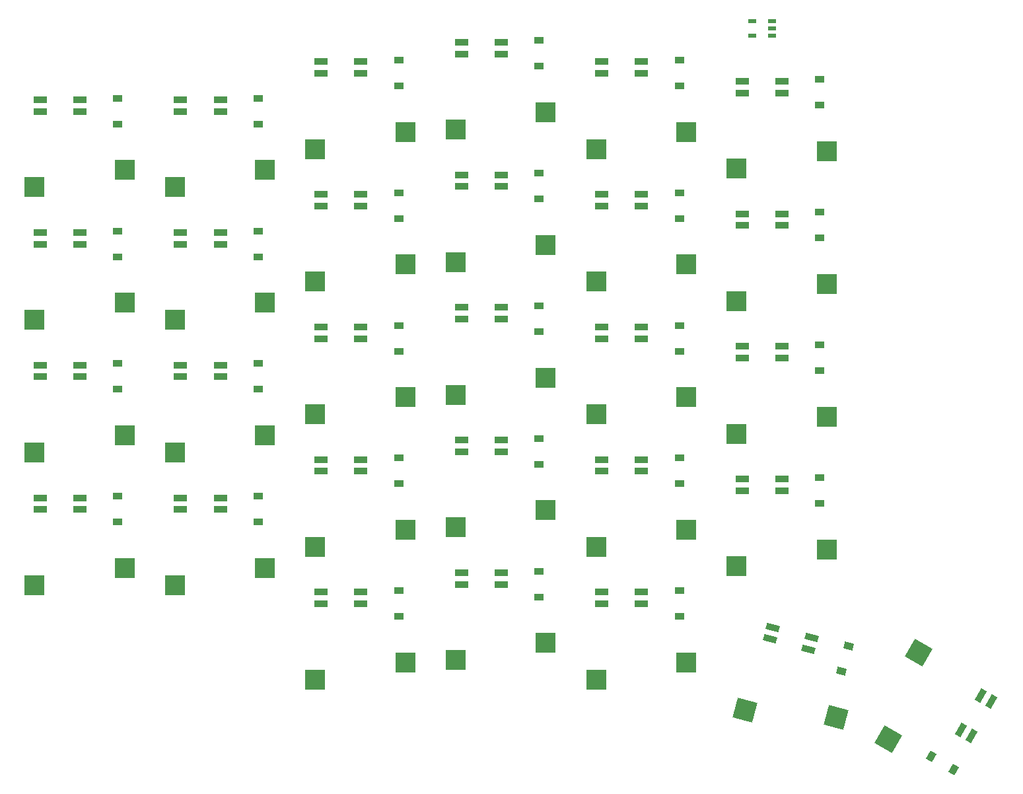
<source format=gbr>
%TF.GenerationSoftware,KiCad,Pcbnew,7.0.7*%
%TF.CreationDate,2023-10-16T17:22:34-07:00*%
%TF.ProjectId,main_pcb,6d61696e-5f70-4636-922e-6b696361645f,v1.0.0*%
%TF.SameCoordinates,Original*%
%TF.FileFunction,Paste,Top*%
%TF.FilePolarity,Positive*%
%FSLAX46Y46*%
G04 Gerber Fmt 4.6, Leading zero omitted, Abs format (unit mm)*
G04 Created by KiCad (PCBNEW 7.0.7) date 2023-10-16 17:22:34*
%MOMM*%
%LPD*%
G01*
G04 APERTURE LIST*
G04 Aperture macros list*
%AMRotRect*
0 Rectangle, with rotation*
0 The origin of the aperture is its center*
0 $1 length*
0 $2 width*
0 $3 Rotation angle, in degrees counterclockwise*
0 Add horizontal line*
21,1,$1,$2,0,0,$3*%
G04 Aperture macros list end*
%ADD10R,1.700000X0.820000*%
%ADD11RotRect,1.700000X0.820000X345.000000*%
%ADD12R,2.600000X2.600000*%
%ADD13RotRect,1.700000X0.820000X240.000000*%
%ADD14RotRect,2.600000X2.600000X165.000000*%
%ADD15R,1.100000X0.600000*%
%ADD16RotRect,2.600000X2.600000X60.000000*%
%ADD17R,1.200000X0.900000*%
%ADD18RotRect,0.900000X1.200000X150.000000*%
%ADD19RotRect,0.900000X1.200000X255.000000*%
G04 APERTURE END LIST*
D10*
%TO.C,_23*%
X224549988Y-123350000D03*
X219449988Y-121850000D03*
X224549988Y-121850000D03*
X219449988Y-123350000D03*
%TD*%
%TO.C,_17*%
X206549988Y-137850000D03*
X201449988Y-136350000D03*
X206549988Y-136350000D03*
X201449988Y-137850000D03*
%TD*%
D11*
%TO.C,_28*%
X245933671Y-197137767D03*
X241395677Y-194368901D03*
X246321899Y-195688878D03*
X241007449Y-195817790D03*
%TD*%
D10*
%TO.C,_25*%
X242549988Y-159850000D03*
X237449988Y-158350000D03*
X242549988Y-158350000D03*
X237449988Y-159850000D03*
%TD*%
%TO.C,_21*%
X224549988Y-157350000D03*
X219449988Y-155850000D03*
X224549988Y-155850000D03*
X219449988Y-157350000D03*
%TD*%
D12*
%TO.C,S20*%
X218724988Y-184050000D03*
X230274988Y-181850000D03*
%TD*%
%TO.C,S27*%
X236724988Y-135550000D03*
X248274988Y-133350000D03*
%TD*%
D10*
%TO.C,_4*%
X152549988Y-128250000D03*
X147449988Y-126750000D03*
X152549988Y-126750000D03*
X147449988Y-128250000D03*
%TD*%
%TO.C,_19*%
X224549988Y-191350000D03*
X219449988Y-189850000D03*
X224549988Y-189850000D03*
X219449988Y-191350000D03*
%TD*%
%TO.C,_5*%
X170549988Y-179250000D03*
X165449988Y-177750000D03*
X170549988Y-177750000D03*
X165449988Y-179250000D03*
%TD*%
D12*
%TO.C,S15*%
X200724988Y-181550000D03*
X212274988Y-179350000D03*
%TD*%
%TO.C,S5*%
X164724988Y-188950000D03*
X176274988Y-186750000D03*
%TD*%
%TO.C,S11*%
X182724988Y-167050000D03*
X194274988Y-164850000D03*
%TD*%
D10*
%TO.C,_2*%
X152549988Y-162250000D03*
X147449988Y-160750000D03*
X152549988Y-160750000D03*
X147449988Y-162250000D03*
%TD*%
D13*
%TO.C,_29*%
X265524312Y-207494032D03*
X269373350Y-203827302D03*
X266823350Y-208244032D03*
X268074312Y-203077302D03*
%TD*%
D10*
%TO.C,_15*%
X206549988Y-171850000D03*
X201449988Y-170350000D03*
X206549988Y-170350000D03*
X201449988Y-171850000D03*
%TD*%
%TO.C,_11*%
X188549988Y-157350000D03*
X183449988Y-155850000D03*
X188549988Y-155850000D03*
X183449988Y-157350000D03*
%TD*%
D12*
%TO.C,S9*%
X182724988Y-201050000D03*
X194274988Y-198850000D03*
%TD*%
D10*
%TO.C,_24*%
X242549988Y-176850000D03*
X237449988Y-175350000D03*
X242549988Y-175350000D03*
X237449988Y-176850000D03*
%TD*%
%TO.C,_10*%
X188549988Y-174350000D03*
X183449988Y-172850000D03*
X188549988Y-172850000D03*
X183449988Y-174350000D03*
%TD*%
D12*
%TO.C,S16*%
X200724988Y-164550000D03*
X212274988Y-162350000D03*
%TD*%
%TO.C,S24*%
X236724988Y-186550000D03*
X248274988Y-184350000D03*
%TD*%
%TO.C,S6*%
X164724988Y-171950000D03*
X176274988Y-169750000D03*
%TD*%
%TO.C,S8*%
X164724988Y-137950000D03*
X176274988Y-135750000D03*
%TD*%
D10*
%TO.C,_9*%
X188549988Y-191350000D03*
X183449988Y-189850000D03*
X188549988Y-189850000D03*
X183449988Y-191350000D03*
%TD*%
%TO.C,_14*%
X206549988Y-188850000D03*
X201449988Y-187350000D03*
X206549988Y-187350000D03*
X201449988Y-188850000D03*
%TD*%
D12*
%TO.C,S1*%
X146724988Y-188950000D03*
X158274988Y-186750000D03*
%TD*%
%TO.C,S10*%
X182724988Y-184050000D03*
X194274988Y-181850000D03*
%TD*%
D10*
%TO.C,_20*%
X224549988Y-174350000D03*
X219449988Y-172850000D03*
X224549988Y-172850000D03*
X219449988Y-174350000D03*
%TD*%
%TO.C,_27*%
X242549988Y-125850000D03*
X237449988Y-124350000D03*
X242549988Y-124350000D03*
X237449988Y-125850000D03*
%TD*%
%TO.C,_12*%
X188549988Y-140350000D03*
X183449988Y-138850000D03*
X188549988Y-138850000D03*
X183449988Y-140350000D03*
%TD*%
%TO.C,_18*%
X206549988Y-120850000D03*
X201449988Y-119350000D03*
X206549988Y-119350000D03*
X201449988Y-120850000D03*
%TD*%
D12*
%TO.C,S13*%
X182724988Y-133050000D03*
X194274988Y-130850000D03*
%TD*%
%TO.C,S12*%
X182724988Y-150050000D03*
X194274988Y-147850000D03*
%TD*%
D14*
%TO.C,S28*%
X237796608Y-204999626D03*
X249522453Y-205863949D03*
%TD*%
D12*
%TO.C,S4*%
X146724988Y-137950000D03*
X158274988Y-135750000D03*
%TD*%
D15*
%TO.C,_30*%
X241299988Y-117600000D03*
X238699988Y-116650000D03*
X241299988Y-118550000D03*
X241299988Y-116650000D03*
X238699988Y-118550000D03*
%TD*%
D12*
%TO.C,S17*%
X200724988Y-147550000D03*
X212274988Y-145350000D03*
%TD*%
D10*
%TO.C,_16*%
X206549988Y-154850000D03*
X201449988Y-153350000D03*
X206549988Y-153350000D03*
X201449988Y-154850000D03*
%TD*%
D12*
%TO.C,S19*%
X218724988Y-201050000D03*
X230274988Y-198850000D03*
%TD*%
%TO.C,S22*%
X218724988Y-150050000D03*
X230274988Y-147850000D03*
%TD*%
D10*
%TO.C,_1*%
X152549988Y-179250000D03*
X147449988Y-177750000D03*
X152549988Y-177750000D03*
X147449988Y-179250000D03*
%TD*%
D12*
%TO.C,S7*%
X164724988Y-154950000D03*
X176274988Y-152750000D03*
%TD*%
%TO.C,S25*%
X236724988Y-169550000D03*
X248274988Y-167350000D03*
%TD*%
D10*
%TO.C,_6*%
X170549988Y-162250000D03*
X165449988Y-160750000D03*
X170549988Y-160750000D03*
X165449988Y-162250000D03*
%TD*%
%TO.C,_8*%
X170549988Y-128250000D03*
X165449988Y-126750000D03*
X170549988Y-126750000D03*
X165449988Y-128250000D03*
%TD*%
%TO.C,_13*%
X188549988Y-123350000D03*
X183449988Y-121850000D03*
X188549988Y-121850000D03*
X183449988Y-123350000D03*
%TD*%
%TO.C,_22*%
X224549988Y-140350000D03*
X219449988Y-138850000D03*
X224549988Y-138850000D03*
X219449988Y-140350000D03*
%TD*%
D12*
%TO.C,S21*%
X218724988Y-167050000D03*
X230274988Y-164850000D03*
%TD*%
%TO.C,S2*%
X146724988Y-171950000D03*
X158274988Y-169750000D03*
%TD*%
D10*
%TO.C,_7*%
X170549988Y-145250000D03*
X165449988Y-143750000D03*
X170549988Y-143750000D03*
X165449988Y-145250000D03*
%TD*%
%TO.C,_3*%
X152549988Y-145250000D03*
X147449988Y-143750000D03*
X152549988Y-143750000D03*
X147449988Y-145250000D03*
%TD*%
D12*
%TO.C,S18*%
X200724988Y-130550000D03*
X212274988Y-128350000D03*
%TD*%
D10*
%TO.C,_26*%
X242549988Y-142850000D03*
X237449988Y-141350000D03*
X242549988Y-141350000D03*
X237449988Y-142850000D03*
%TD*%
D12*
%TO.C,S3*%
X146724988Y-154950000D03*
X158274988Y-152750000D03*
%TD*%
%TO.C,S26*%
X236724988Y-152550000D03*
X248274988Y-150350000D03*
%TD*%
%TO.C,S14*%
X200724988Y-198550000D03*
X212274988Y-196350000D03*
%TD*%
D16*
%TO.C,S29*%
X260036365Y-197599434D03*
X256166621Y-208702027D03*
%TD*%
D12*
%TO.C,S23*%
X218724988Y-133050000D03*
X230274988Y-130850000D03*
%TD*%
D17*
%TO.C,D12*%
X193399988Y-141950000D03*
X193399988Y-138650000D03*
%TD*%
%TO.C,D13*%
X193399988Y-124950000D03*
X193399988Y-121650000D03*
%TD*%
%TO.C,D24*%
X247399988Y-178450000D03*
X247399988Y-175150000D03*
%TD*%
%TO.C,D3*%
X157399988Y-146850000D03*
X157399988Y-143550000D03*
%TD*%
%TO.C,D20*%
X229399988Y-175950000D03*
X229399988Y-172650000D03*
%TD*%
%TO.C,D2*%
X157399988Y-163850000D03*
X157399988Y-160550000D03*
%TD*%
%TO.C,D10*%
X193399988Y-175950000D03*
X193399988Y-172650000D03*
%TD*%
%TO.C,D11*%
X193399988Y-158950000D03*
X193399988Y-155650000D03*
%TD*%
%TO.C,D4*%
X157399988Y-129850000D03*
X157399988Y-126550000D03*
%TD*%
%TO.C,D14*%
X211399988Y-190450000D03*
X211399988Y-187150000D03*
%TD*%
%TO.C,D18*%
X211399988Y-122450000D03*
X211399988Y-119150000D03*
%TD*%
%TO.C,D25*%
X247399988Y-161450000D03*
X247399988Y-158150000D03*
%TD*%
%TO.C,D7*%
X175399988Y-146850000D03*
X175399988Y-143550000D03*
%TD*%
%TO.C,D22*%
X229399988Y-141950000D03*
X229399988Y-138650000D03*
%TD*%
%TO.C,D5*%
X175399988Y-180850000D03*
X175399988Y-177550000D03*
%TD*%
%TO.C,D26*%
X247399988Y-144450000D03*
X247399988Y-141150000D03*
%TD*%
%TO.C,D15*%
X211399988Y-173450000D03*
X211399988Y-170150000D03*
%TD*%
%TO.C,D8*%
X175399988Y-129850000D03*
X175399988Y-126550000D03*
%TD*%
%TO.C,D1*%
X157399988Y-180850000D03*
X157399988Y-177550000D03*
%TD*%
%TO.C,D9*%
X193399988Y-192950000D03*
X193399988Y-189650000D03*
%TD*%
D18*
%TO.C,D29*%
X261713671Y-210894255D03*
X264571555Y-212544255D03*
%TD*%
D17*
%TO.C,D23*%
X229399988Y-124950000D03*
X229399988Y-121650000D03*
%TD*%
%TO.C,D6*%
X175399988Y-163850000D03*
X175399988Y-160550000D03*
%TD*%
%TO.C,D16*%
X211399988Y-156450000D03*
X211399988Y-153150000D03*
%TD*%
%TO.C,D17*%
X211399988Y-139450000D03*
X211399988Y-136150000D03*
%TD*%
%TO.C,D21*%
X229399988Y-158950000D03*
X229399988Y-155650000D03*
%TD*%
%TO.C,D19*%
X229399988Y-192950000D03*
X229399988Y-189650000D03*
%TD*%
%TO.C,D27*%
X247399988Y-127450000D03*
X247399988Y-124150000D03*
%TD*%
D19*
%TO.C,D28*%
X250204301Y-199938521D03*
X251058403Y-196750965D03*
%TD*%
M02*

</source>
